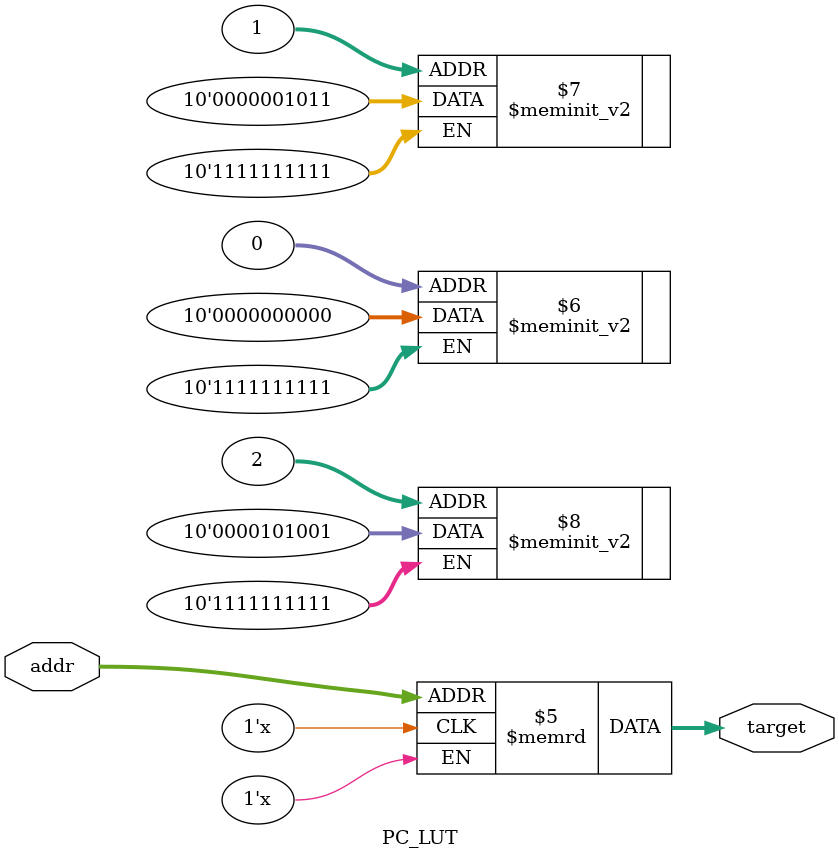
<source format=sv>
module PC_LUT #(parameter D=10)(
  input       [3:0] addr,	   
  output logic [D-1:0] target);

  logic [D-1:0] lut [0:15];

  initial begin
    lut[0] = 0;
    lut[1] = 11;
    lut[2] = 41;
  end

  always_comb begin
    target = lut[addr];
  end

endmodule

/*

	   pc = 4    0000_0000_0100	  4
	             1111_1111_1111	 -1

                 0000_0000_0011   3

				 (a+b)%(2**12)


   	  1111_1111_1011      -5
      0000_0001_0100     +20
	  1111_1111_1111      -1
	  0000_0000_0000     + 0


  */

</source>
